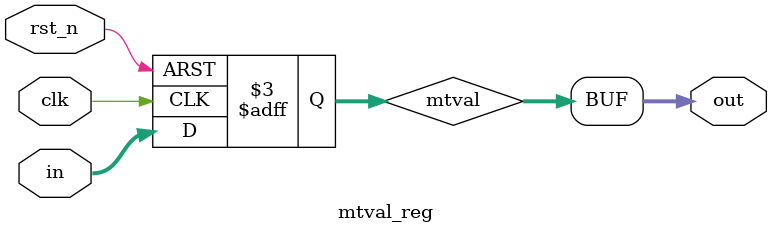
<source format=v>
module mtval_reg (
    input clk,
    input rst_n,
    input [31:0] in,
    output [31:0] out
);
    
    localparam [31:0] default_in = 32'b0;
    
    reg [31:0] mtval;

    always @(posedge clk or negedge rst_n) begin
        if (!rst_n) mtval <= default_in;
        else mtval <= in;
    end

    assign out = mtval;

endmodule
</source>
